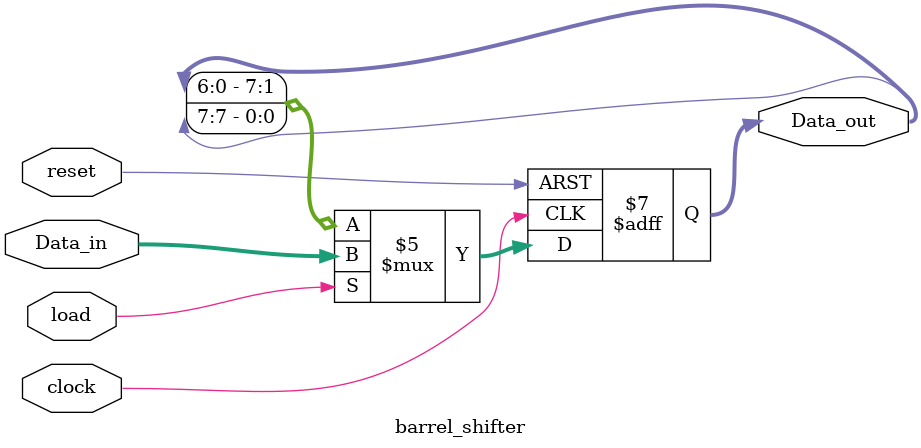
<source format=v>
module barrel_shifter (Data_out, Data_in, load, clock, reset);
  output 	[7: 0] 	Data_out;
  input 		[7: 0] 	Data_in;
  input 			load, clock, reset;
  reg 		[7: 0] 	Data_out;

  always @  (posedge reset or posedge clock)
    begin
      if (reset == 1'b1) 		Data_out <= 8'b0;  
      else if (load == 1'b1) 	Data_out <= Data_in;
      else 			Data_out <= {Data_out[6: 0], Data_out[7]};
    end 
endmodule


</source>
